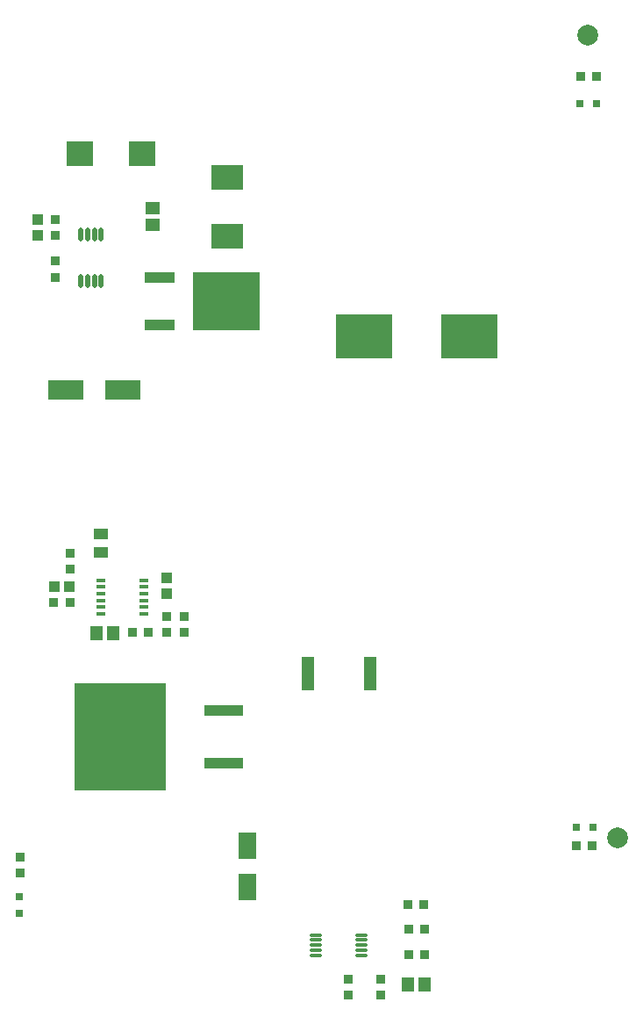
<source format=gtp>
G04*
G04 #@! TF.GenerationSoftware,Altium Limited,Altium Designer,18.1.11 (251)*
G04*
G04 Layer_Color=8421504*
%FSLAX25Y25*%
%MOIN*%
G70*
G01*
G75*
%ADD17R,0.11811X0.03937*%
%ADD18R,0.25197X0.21850*%
%ADD19R,0.03543X0.03347*%
%ADD20R,0.04528X0.12795*%
%ADD21R,0.21654X0.16929*%
%ADD22R,0.03150X0.03150*%
%ADD23R,0.14961X0.04134*%
%ADD24R,0.35039X0.40748*%
%ADD25O,0.05315X0.01181*%
%ADD26R,0.03347X0.03543*%
%ADD27C,0.07874*%
%ADD28R,0.12402X0.09646*%
%ADD29R,0.06693X0.09843*%
%ADD30R,0.13386X0.07284*%
%ADD31O,0.01968X0.05315*%
%ADD32R,0.10039X0.09646*%
%ADD33R,0.05709X0.05118*%
%ADD34R,0.04134X0.03937*%
%ADD35R,0.03150X0.03150*%
%ADD36R,0.05118X0.05709*%
%ADD37O,0.03500X0.01654*%
%ADD38R,0.03937X0.04134*%
%ADD39R,0.05315X0.03937*%
D17*
X193602Y293563D02*
D03*
Y275532D02*
D03*
D18*
X218996Y284547D02*
D03*
D19*
X153937Y315650D02*
D03*
Y309547D02*
D03*
X159646Y182874D02*
D03*
Y188976D02*
D03*
X153937Y299902D02*
D03*
Y293799D02*
D03*
X277848Y21276D02*
D03*
Y27378D02*
D03*
X265354Y21358D02*
D03*
Y27461D02*
D03*
X196457Y165157D02*
D03*
Y159055D02*
D03*
X203150D02*
D03*
Y165157D02*
D03*
X140650Y67520D02*
D03*
Y73622D02*
D03*
D20*
X250000Y143307D02*
D03*
X273622D02*
D03*
D21*
X271358Y271457D02*
D03*
X311319D02*
D03*
D22*
X358268Y85039D02*
D03*
X351969D02*
D03*
X353445Y359547D02*
D03*
X359744D02*
D03*
D23*
X218110Y109291D02*
D03*
Y129291D02*
D03*
D24*
X178740Y119291D02*
D03*
D25*
X252981Y36295D02*
D03*
Y38264D02*
D03*
X270501Y36295D02*
D03*
Y38264D02*
D03*
Y40232D02*
D03*
Y42201D02*
D03*
Y44169D02*
D03*
X252981Y40232D02*
D03*
Y42201D02*
D03*
Y44169D02*
D03*
D26*
X189370Y159055D02*
D03*
X183268D02*
D03*
X153543Y170472D02*
D03*
X159646D02*
D03*
X288040Y55724D02*
D03*
X294143D02*
D03*
X288287Y46276D02*
D03*
X294390D02*
D03*
X288418Y36614D02*
D03*
X294521D02*
D03*
X352067Y77953D02*
D03*
X358169D02*
D03*
X353740Y370177D02*
D03*
X359842D02*
D03*
D27*
X356299Y385827D02*
D03*
X367764Y81102D02*
D03*
D28*
X219291Y309252D02*
D03*
Y331693D02*
D03*
D29*
X227165Y77953D02*
D03*
Y62205D02*
D03*
D30*
X157973Y250886D02*
D03*
X179823D02*
D03*
D31*
X171555Y309941D02*
D03*
X168996D02*
D03*
X166437D02*
D03*
X163878D02*
D03*
X171555Y292421D02*
D03*
X168996D02*
D03*
X166437D02*
D03*
X163878D02*
D03*
D32*
X187106Y340551D02*
D03*
X163287D02*
D03*
D33*
X190945Y313779D02*
D03*
Y320079D02*
D03*
D34*
X159547Y176378D02*
D03*
X153642D02*
D03*
D35*
X140551Y58661D02*
D03*
Y52362D02*
D03*
D36*
X175975Y158554D02*
D03*
X169676D02*
D03*
X294241Y25409D02*
D03*
X287942D02*
D03*
D37*
X187823Y166043D02*
D03*
Y168602D02*
D03*
Y171161D02*
D03*
Y173721D02*
D03*
Y176279D02*
D03*
Y178839D02*
D03*
X171232Y166043D02*
D03*
Y168602D02*
D03*
Y171161D02*
D03*
Y173721D02*
D03*
Y176279D02*
D03*
Y178839D02*
D03*
D38*
X196457Y179725D02*
D03*
Y173819D02*
D03*
X147539Y315551D02*
D03*
Y309646D02*
D03*
D39*
X171232Y189370D02*
D03*
Y196457D02*
D03*
M02*

</source>
